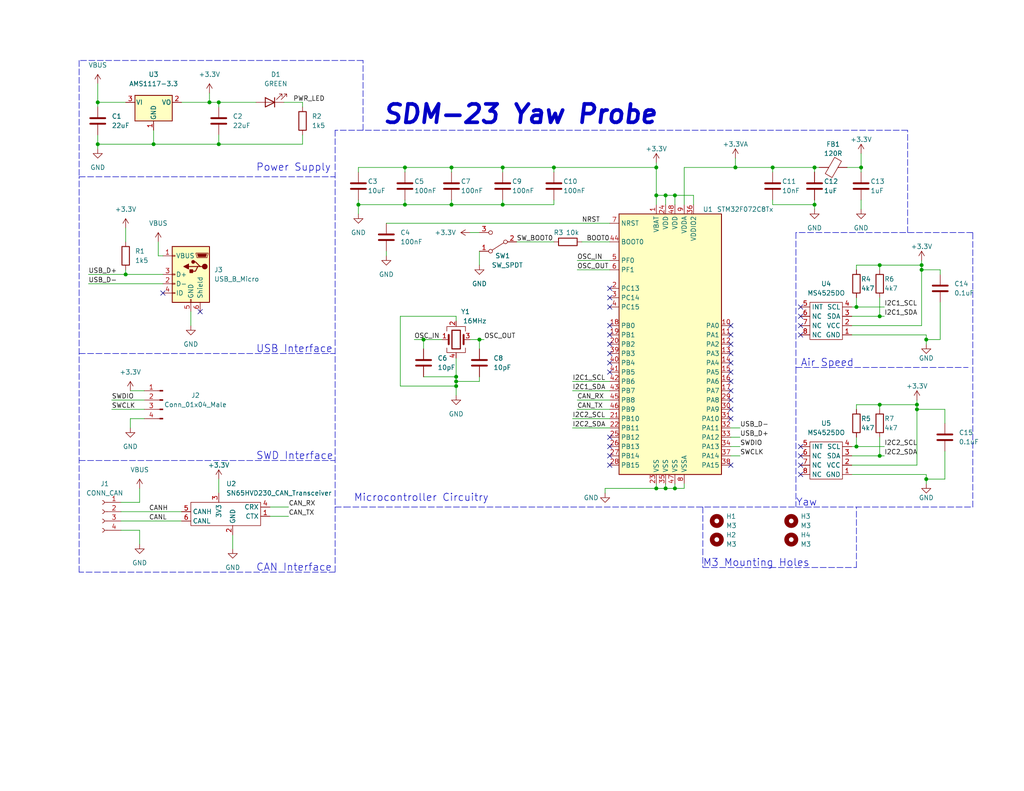
<source format=kicad_sch>
(kicad_sch (version 20211123) (generator eeschema)
  (paper "USLetter")
  (title_block (title "SDM-23 Yaw Probe") (date "2022-10-27") (rev "v1.0") (company "Sun Devil Motorsports") (comment 1 "STM32 Variant"))
  (lib_symbols
    (symbol "Connector:Conn_01x04_Female" (pin_names (offset 1.016) hide)
      (property "Reference" "J" (at 0 5.08 0))
      (property "Value" "Conn_01x04_Female" (at 0 -7.62 0))
      (symbol "Conn_01x04_Female_1_1"
        (arc (start 0 -4.572) (mid -0.508 -5.08) (end 0 -5.588) (stroke (width 0.1524)))
        (arc (start 0 -2.032) (mid -0.508 -2.54) (end 0 -3.048) (stroke (width 0.1524)))
        (polyline (pts (xy -1.27 -5.08) (xy -0.508 -5.08)) (stroke (width 0.1524)))
        (polyline (pts (xy -1.27 -2.54) (xy -0.508 -2.54)) (stroke (width 0.1524)))
        (polyline (pts (xy -1.27 0) (xy -0.508 0)) (stroke (width 0.1524)))
        (polyline (pts (xy -1.27 2.54) (xy -0.508 2.54)) (stroke (width 0.1524)))
        (arc (start 0 0.508) (mid -0.508 0) (end 0 -0.508) (stroke (width 0.1524)))
        (arc (start 0 3.048) (mid -0.508 2.54) (end 0 2.032) (stroke (width 0.1524)))
        (pin passive line (at -5.08 2.54 0) (length 3.81) (name "Pin_1") (number "1"))
        (pin passive line (at -5.08 0 0) (length 3.81) (name "Pin_2") (number "2"))
        (pin passive line (at -5.08 -2.54 0) (length 3.81) (name "Pin_3") (number "3"))
        (pin passive line (at -5.08 -5.08 0) (length 3.81) (name "Pin_4") (number "4"))
      )
    )
    (symbol "Connector:Conn_01x04_Male" (pin_names (offset 1.016) hide)
      (property "Reference" "J" (at 0 5.08 0))
      (property "Value" "Conn_01x04_Male" (at 0 -7.62 0))
      (symbol "Conn_01x04_Male_1_1"
        (polyline (pts (xy 1.27 -5.08) (xy 0.8636 -5.08)) (stroke (width 0.1524)))
        (polyline (pts (xy 1.27 -2.54) (xy 0.8636 -2.54)) (stroke (width 0.1524)))
        (polyline (pts (xy 1.27 0) (xy 0.8636 0)) (stroke (width 0.1524)))
        (polyline (pts (xy 1.27 2.54) (xy 0.8636 2.54)) (stroke (width 0.1524)))
        (rectangle (start 0.8636 -4.953) (end 0 -5.207) (stroke (width 0.1524)) (fill (type outline)))
        (rectangle (start 0.8636 -2.413) (end 0 -2.667) (stroke (width 0.1524)) (fill (type outline)))
        (rectangle (start 0.8636 0.127) (end 0 -0.127) (stroke (width 0.1524)) (fill (type outline)))
        (rectangle (start 0.8636 2.667) (end 0 2.413) (stroke (width 0.1524)) (fill (type outline)))
        (pin passive line (at 5.08 2.54 180) (length 3.81) (name "Pin_1") (number "1"))
        (pin passive line (at 5.08 0 180) (length 3.81) (name "Pin_2") (number "2"))
        (pin passive line (at 5.08 -2.54 180) (length 3.81) (name "Pin_3") (number "3"))
        (pin passive line (at 5.08 -5.08 180) (length 3.81) (name "Pin_4") (number "4"))
      )
    )
    (symbol "Connector:USB_B_Micro" (pin_names (offset 1.016))
      (property "Reference" "J" (at -5.08 11.43 0))
      (property "Value" "USB_B_Micro" (at -5.08 8.89 0))
      (symbol "USB_B_Micro_0_1"
        (rectangle (start -5.08 -7.62) (end 5.08 7.62) (stroke (width 0.254)) (fill (type background)))
        (circle (center -3.81 2.159) (radius 0.635) (stroke (width 0.254)) (fill (type outline)))
        (circle (center -0.635 3.429) (radius 0.381) (stroke (width 0.254)) (fill (type outline)))
        (rectangle (start -0.127 -7.62) (end 0.127 -6.858))
        (polyline (pts (xy -1.905 2.159) (xy 0.635 2.159)) (stroke (width 0.254)))
        (polyline (pts (xy -3.175 2.159) (xy -2.54 2.159) (xy -1.27 3.429) (xy -0.635 3.429)) (stroke (width 0.254)))
        (polyline (pts (xy -2.54 2.159) (xy -1.905 2.159) (xy -1.27 0.889) (xy 0 0.889)) (stroke (width 0.254)))
        (polyline (pts (xy 0.635 2.794) (xy 0.635 1.524) (xy 1.905 2.159) (xy 0.635 2.794)) (stroke (width 0.254)) (fill (type outline)))
        (polyline (pts (xy -4.318 5.588) (xy -1.778 5.588) (xy -2.032 4.826) (xy -4.064 4.826) (xy -4.318 5.588)) (fill (type outline)))
        (polyline (pts (xy -4.699 5.842) (xy -4.699 5.588) (xy -4.445 4.826) (xy -4.445 4.572) (xy -1.651 4.572) (xy -1.651 4.826) (xy -1.397 5.588) (xy -1.397 5.842) (xy -4.699 5.842)))
        (rectangle (start 0.254 1.27) (end -0.508 0.508) (stroke (width 0.254)) (fill (type outline)))
        (rectangle (start 5.08 -5.207) (end 4.318 -4.953))
        (rectangle (start 5.08 -2.667) (end 4.318 -2.413))
        (rectangle (start 5.08 -0.127) (end 4.318 0.127))
        (rectangle (start 5.08 4.953) (end 4.318 5.207))
      )
      (symbol "USB_B_Micro_1_1"
        (pin power_out line (at 7.62 5.08 180) (length 2.54) (name "VBUS") (number "1"))
        (pin bidirectional line (at 7.62 -2.54 180) (length 2.54) (name "D-") (number "2"))
        (pin bidirectional line (at 7.62 0 180) (length 2.54) (name "D+") (number "3"))
        (pin passive line (at 7.62 -5.08 180) (length 2.54) (name "ID") (number "4"))
        (pin power_out line (at 0 -10.16 90) (length 2.54) (name "GND") (number "5"))
        (pin passive line (at -2.54 -10.16 90) (length 2.54) (name "Shield") (number "6"))
      )
    )
    (symbol "Device:C" (pin_numbers hide) (pin_names (offset 0.254))
      (property "Reference" "C" (at 0.635 2.54 0))
      (property "Value" "C" (at 0.635 -2.54 0))
      (symbol "C_0_1"
        (polyline (pts (xy -2.032 -0.762) (xy 2.032 -0.762)) (stroke (width 0.508)))
        (polyline (pts (xy -2.032 0.762) (xy 2.032 0.762)) (stroke (width 0.508)))
      )
      (symbol "C_1_1"
        (pin passive line (at 0 3.81 270) (length 2.794) (name "~") (number "1"))
        (pin passive line (at 0 -3.81 90) (length 2.794) (name "~") (number "2"))
      )
    )
    (symbol "Device:Crystal_GND24" (pin_names (offset 1.016) hide)
      (property "Reference" "Y" (at 3.175 5.08 0))
      (property "Value" "Crystal_GND24" (at 3.175 3.175 0))
      (symbol "Crystal_GND24_0_1"
        (rectangle (start -1.143 2.54) (end 1.143 -2.54) (stroke (width 0.3048)))
        (polyline (pts (xy -2.54 0) (xy -2.032 0)))
        (polyline (pts (xy -2.032 -1.27) (xy -2.032 1.27)) (stroke (width 0.508)))
        (polyline (pts (xy 0 -3.81) (xy 0 -3.556)))
        (polyline (pts (xy 0 3.556) (xy 0 3.81)))
        (polyline (pts (xy 2.032 -1.27) (xy 2.032 1.27)) (stroke (width 0.508)))
        (polyline (pts (xy 2.032 0) (xy 2.54 0)))
        (polyline (pts (xy -2.54 -2.286) (xy -2.54 -3.556) (xy 2.54 -3.556) (xy 2.54 -2.286)))
        (polyline (pts (xy -2.54 2.286) (xy -2.54 3.556) (xy 2.54 3.556) (xy 2.54 2.286)))
      )
      (symbol "Crystal_GND24_1_1"
        (pin passive line (at -3.81 0 0) (length 1.27) (name "1") (number "1"))
        (pin passive line (at 0 5.08 270) (length 1.27) (name "2") (number "2"))
        (pin passive line (at 3.81 0 180) (length 1.27) (name "3") (number "3"))
        (pin passive line (at 0 -5.08 90) (length 1.27) (name "4") (number "4"))
      )
    )
    (symbol "Device:FerriteBead" (pin_numbers hide) (pin_names (offset 0))
      (property "Reference" "FB" (at -3.81 0.635 90))
      (property "Value" "FerriteBead" (at 3.81 0 90))
      (symbol "FerriteBead_0_1"
        (polyline (pts (xy 0 -1.27) (xy 0 -1.2192)))
        (polyline (pts (xy 0 1.27) (xy 0 1.2954)))
        (polyline (pts (xy -2.7686 0.4064) (xy -1.7018 2.2606) (xy 2.7686 -0.3048) (xy 1.6764 -2.159) (xy -2.7686 0.4064)))
      )
      (symbol "FerriteBead_1_1"
        (pin passive line (at 0 3.81 270) (length 2.54) (name "~") (number "1"))
        (pin passive line (at 0 -3.81 90) (length 2.54) (name "~") (number "2"))
      )
    )
    (symbol "Device:LED" (pin_numbers hide) (pin_names (offset 1.016) hide)
      (property "Reference" "D" (at 0 2.54 0))
      (property "Value" "LED" (at 0 -2.54 0))
      (symbol "LED_0_1"
        (polyline (pts (xy -1.27 -1.27) (xy -1.27 1.27)) (stroke (width 0.254)))
        (polyline (pts (xy -1.27 0) (xy 1.27 0)))
        (polyline (pts (xy 1.27 -1.27) (xy 1.27 1.27) (xy -1.27 0) (xy 1.27 -1.27)) (stroke (width 0.254)))
        (polyline (pts (xy -3.048 -0.762) (xy -4.572 -2.286) (xy -3.81 -2.286) (xy -4.572 -2.286) (xy -4.572 -1.524)))
        (polyline (pts (xy -1.778 -0.762) (xy -3.302 -2.286) (xy -2.54 -2.286) (xy -3.302 -2.286) (xy -3.302 -1.524)))
      )
      (symbol "LED_1_1"
        (pin passive line (at -3.81 0 0) (length 2.54) (name "K") (number "1"))
        (pin passive line (at 3.81 0 180) (length 2.54) (name "A") (number "2"))
      )
    )
    (symbol "Device:R" (pin_numbers hide) (pin_names (offset 0))
      (property "Reference" "R" (at 2.032 0 90))
      (property "Value" "R" (at 0 0 90))
      (symbol "R_0_1"
        (rectangle (start -1.016 -2.54) (end 1.016 2.54) (stroke (width 0.254)))
      )
      (symbol "R_1_1"
        (pin passive line (at 0 3.81 270) (length 1.27) (name "~") (number "1"))
        (pin passive line (at 0 -3.81 90) (length 1.27) (name "~") (number "2"))
      )
    )
    (symbol "MCU_ST_STM32F0:STM32F072C8Tx"
      (property "Reference" "U" (at -15.24 36.83 0))
      (property "Value" "STM32F072C8Tx" (at 7.62 36.83 0))
      (symbol "STM32F072C8Tx_0_1"
        (rectangle (start -15.24 -35.56) (end 12.7 35.56) (stroke (width 0.254)) (fill (type background)))
      )
      (symbol "STM32F072C8Tx_1_1"
        (pin power_in line (at -5.08 38.1 270) (length 2.54) (name "VBAT") (number "1"))
        (pin bidirectional line (at 15.24 5.08 180) (length 2.54) (name "PA0") (number "10"))
        (pin bidirectional line (at 15.24 2.54 180) (length 2.54) (name "PA1") (number "11"))
        (pin bidirectional line (at 15.24 0 180) (length 2.54) (name "PA2") (number "12"))
        (pin bidirectional line (at 15.24 -2.54 180) (length 2.54) (name "PA3") (number "13"))
        (pin bidirectional line (at 15.24 -5.08 180) (length 2.54) (name "PA4") (number "14"))
        (pin bidirectional line (at 15.24 -7.62 180) (length 2.54) (name "PA5") (number "15"))
        (pin bidirectional line (at 15.24 -10.16 180) (length 2.54) (name "PA6") (number "16"))
        (pin bidirectional line (at 15.24 -12.7 180) (length 2.54) (name "PA7") (number "17"))
        (pin bidirectional line (at -17.78 5.08 0) (length 2.54) (name "PB0") (number "18"))
        (pin bidirectional line (at -17.78 2.54 0) (length 2.54) (name "PB1") (number "19"))
        (pin bidirectional line (at -17.78 15.24 0) (length 2.54) (name "PC13") (number "2"))
        (pin bidirectional line (at -17.78 0 0) (length 2.54) (name "PB2") (number "20"))
        (pin bidirectional line (at -17.78 -20.32 0) (length 2.54) (name "PB10") (number "21"))
        (pin bidirectional line (at -17.78 -22.86 0) (length 2.54) (name "PB11") (number "22"))
        (pin power_in line (at -5.08 -38.1 90) (length 2.54) (name "VSS") (number "23"))
        (pin power_in line (at -2.54 38.1 270) (length 2.54) (name "VDD") (number "24"))
        (pin bidirectional line (at -17.78 -25.4 0) (length 2.54) (name "PB12") (number "25"))
        (pin bidirectional line (at -17.78 -27.94 0) (length 2.54) (name "PB13") (number "26"))
        (pin bidirectional line (at -17.78 -30.48 0) (length 2.54) (name "PB14") (number "27"))
        (pin bidirectional line (at -17.78 -33.02 0) (length 2.54) (name "PB15") (number "28"))
        (pin bidirectional line (at 15.24 -15.24 180) (length 2.54) (name "PA8") (number "29"))
        (pin bidirectional line (at -17.78 12.7 0) (length 2.54) (name "PC14") (number "3"))
        (pin bidirectional line (at 15.24 -17.78 180) (length 2.54) (name "PA9") (number "30"))
        (pin bidirectional line (at 15.24 -20.32 180) (length 2.54) (name "PA10") (number "31"))
        (pin bidirectional line (at 15.24 -22.86 180) (length 2.54) (name "PA11") (number "32"))
        (pin bidirectional line (at 15.24 -25.4 180) (length 2.54) (name "PA12") (number "33"))
        (pin bidirectional line (at 15.24 -27.94 180) (length 2.54) (name "PA13") (number "34"))
        (pin power_in line (at -2.54 -38.1 90) (length 2.54) (name "VSS") (number "35"))
        (pin power_in line (at 5.08 38.1 270) (length 2.54) (name "VDDIO2") (number "36"))
        (pin bidirectional line (at 15.24 -30.48 180) (length 2.54) (name "PA14") (number "37"))
        (pin bidirectional line (at 15.24 -33.02 180) (length 2.54) (name "PA15") (number "38"))
        (pin bidirectional line (at -17.78 -2.54 0) (length 2.54) (name "PB3") (number "39"))
        (pin bidirectional line (at -17.78 10.16 0) (length 2.54) (name "PC15") (number "4"))
        (pin bidirectional line (at -17.78 -5.08 0) (length 2.54) (name "PB4") (number "40"))
        (pin bidirectional line (at -17.78 -7.62 0) (length 2.54) (name "PB5") (number "41"))
        (pin bidirectional line (at -17.78 -10.16 0) (length 2.54) (name "PB6") (number "42"))
        (pin bidirectional line (at -17.78 -12.7 0) (length 2.54) (name "PB7") (number "43"))
        (pin input line (at -17.78 27.94 0) (length 2.54) (name "BOOT0") (number "44"))
        (pin bidirectional line (at -17.78 -15.24 0) (length 2.54) (name "PB8") (number "45"))
        (pin bidirectional line (at -17.78 -17.78 0) (length 2.54) (name "PB9") (number "46"))
        (pin power_in line (at 0 -38.1 90) (length 2.54) (name "VSS") (number "47"))
        (pin power_in line (at 0 38.1 270) (length 2.54) (name "VDD") (number "48"))
        (pin input line (at -17.78 22.86 0) (length 2.54) (name "PF0") (number "5"))
        (pin input line (at -17.78 20.32 0) (length 2.54) (name "PF1") (number "6"))
        (pin input line (at -17.78 33.02 0) (length 2.54) (name "NRST") (number "7"))
        (pin power_in line (at 2.54 -38.1 90) (length 2.54) (name "VSSA") (number "8"))
        (pin power_in line (at 2.54 38.1 270) (length 2.54) (name "VDDA") (number "9"))
      )
    )
    (symbol "Mechanical:MountingHole" (pin_names (offset 1.016))
      (property "Reference" "H" (at 0 5.08 0))
      (property "Value" "MountingHole" (at 0 3.175 0))
      (symbol "MountingHole_0_1"
        (circle (center 0 0) (radius 1.27) (stroke (width 1.27)))
      )
    )
    (symbol "Regulator_Linear:AMS1117-3.3" (pin_names (offset 0.254))
      (property "Reference" "U" (at -3.81 3.175 0))
      (property "Value" "AMS1117-3.3" (at 0 3.175 0))
      (symbol "AMS1117-3.3_0_1"
        (rectangle (start -5.08 -5.08) (end 5.08 1.905) (stroke (width 0.254)) (fill (type background)))
      )
      (symbol "AMS1117-3.3_1_1"
        (pin power_in line (at 0 -7.62 90) (length 2.54) (name "GND") (number "1"))
        (pin power_out line (at 7.62 0 180) (length 2.54) (name "VO") (number "2"))
        (pin power_in line (at -7.62 0 0) (length 2.54) (name "VI") (number "3"))
      )
    )
    (symbol "SDM:MS4525DO"
      (property "Reference" "U" (at 0 0 0))
      (property "Value" "MS4525DO" (at 0 -2.54 0))
      (symbol "MS4525DO_0_1"
        (rectangle (start -3.81 -15.24) (end 5.08 -5.08))
      )
      (symbol "MS4525DO_1_1"
        (pin input line (at 7.62 -13.97 180) (length 2.54) (name "GND") (number "1"))
        (pin input line (at 7.62 -11.43 180) (length 2.54) (name "VCC") (number "2"))
        (pin input line (at 7.62 -8.89 180) (length 2.54) (name "SDA") (number "3"))
        (pin input line (at 7.62 -6.35 180) (length 2.54) (name "SCL") (number "4"))
        (pin input line (at -6.35 -6.35 0) (length 2.54) (name "INT") (number "5"))
        (pin input line (at -6.35 -8.89 0) (length 2.54) (name "NC") (number "6"))
        (pin input line (at -6.35 -11.43 0) (length 2.54) (name "NC") (number "7"))
        (pin input line (at -6.35 -13.97 0) (length 2.54) (name "NC") (number "8"))
      )
    )
    (symbol "SDM:SN65HVD230_CAN_Transceiver"
      (property "Reference" "U" (at 0 2.54 0))
      (property "Value" "SN65HVD230_CAN_Transceiver" (at 13.97 0 0))
      (symbol "SN65HVD230_CAN_Transceiver_0_1"
        (rectangle (start -8.89 -6.35) (end 10.16 -12.7))
      )
      (symbol "SN65HVD230_CAN_Transceiver_1_1"
        (pin input line (at 12.7 -10.16 180) (length 2.54) (name "CTX") (number "1"))
        (pin input line (at 2.54 -15.24 90) (length 2.54) (name "GND") (number "2"))
        (pin input line (at -1.27 -3.81 270) (length 2.54) (name "3V3") (number "3"))
        (pin input line (at 12.7 -7.62 180) (length 2.54) (name "CRX") (number "4"))
        (pin input line (at -11.43 -8.89 0) (length 2.54) (name "CANH") (number "5"))
        (pin input line (at -11.43 -11.43 0) (length 2.54) (name "CANL") (number "6"))
      )
    )
    (symbol "Switch:SW_SPDT" (pin_names (offset 0) hide)
      (property "Reference" "SW" (at 0 4.318 0))
      (property "Value" "SW_SPDT" (at 0 -5.08 0))
      (symbol "SW_SPDT_0_0"
        (circle (center -2.032 0) (radius 0.508))
        (circle (center 2.032 -2.54) (radius 0.508))
      )
      (symbol "SW_SPDT_0_1"
        (polyline (pts (xy -1.524 0.254) (xy 1.651 2.286)))
        (circle (center 2.032 2.54) (radius 0.508))
      )
      (symbol "SW_SPDT_1_1"
        (pin passive line (at 5.08 2.54 180) (length 2.54) (name "A") (number "1"))
        (pin passive line (at -5.08 0 0) (length 2.54) (name "B") (number "2"))
        (pin passive line (at 5.08 -2.54 180) (length 2.54) (name "C") (number "3"))
      )
    )
    (symbol "power:+3.3V" (power) (pin_names (offset 0))
      (property "Value" "+3.3V" (at 0 3.556 0))
      (symbol "+3.3V_0_1"
        (polyline (pts (xy -0.762 1.27) (xy 0 2.54)))
        (polyline (pts (xy 0 0) (xy 0 2.54)))
        (polyline (pts (xy 0 2.54) (xy 0.762 1.27)))
      )
      (symbol "+3.3V_1_1"
        (pin power_in line (at 0 0 90) (length 0) hide (name "+3.3V") (number "1"))
      )
    )
    (symbol "power:+3.3VA" (power) (pin_names (offset 0))
      (property "Value" "+3.3VA" (at 0 3.556 0))
      (symbol "+3.3VA_0_1"
        (polyline (pts (xy -0.762 1.27) (xy 0 2.54)))
        (polyline (pts (xy 0 0) (xy 0 2.54)))
        (polyline (pts (xy 0 2.54) (xy 0.762 1.27)))
      )
      (symbol "+3.3VA_1_1"
        (pin power_in line (at 0 0 90) (length 0) hide (name "+3.3VA") (number "1"))
      )
    )
    (symbol "power:GND" (power) (pin_names (offset 0))
      (property "Value" "GND" (at 0 -3.81 0))
      (symbol "GND_0_1"
        (polyline (pts (xy 0 0) (xy 0 -1.27) (xy 1.27 -1.27) (xy 0 -2.54) (xy -1.27 -1.27) (xy 0 -1.27)))
      )
      (symbol "GND_1_1"
        (pin power_in line (at 0 0 270) (length 0) hide (name "GND") (number "1"))
      )
    )
    (symbol "power:VBUS" (power) (pin_names (offset 0))
      (property "Value" "VBUS" (at 0 3.81 0))
      (symbol "VBUS_0_1"
        (polyline (pts (xy -0.762 1.27) (xy 0 2.54)))
        (polyline (pts (xy 0 0) (xy 0 2.54)))
        (polyline (pts (xy 0 2.54) (xy 0.762 1.27)))
      )
      (symbol "VBUS_1_1"
        (pin power_in line (at 0 0 90) (length 0) hide (name "VBUS") (number "1"))
      )
    )
  )
  (junction (at 251.46 72.39))
  (junction (at 115.57 92.71))
  (junction (at 137.16 45.72))
  (junction (at 250.19 110.49))
  (junction (at 97.79 55.88))
  (junction (at 240.03 86.36))
  (junction (at 184.15 53.34))
  (junction (at 124.46 104.14))
  (junction (at 124.46 105.41))
  (junction (at 41.91 39.37))
  (junction (at 34.29 74.93))
  (junction (at 251.46 73.66))
  (junction (at 200.66 45.72))
  (junction (at 110.49 45.72))
  (junction (at 222.25 45.72))
  (junction (at 57.15 27.94))
  (junction (at 233.68 83.82))
  (junction (at 252.73 130.81))
  (junction (at 130.81 92.71))
  (junction (at 26.67 27.94))
  (junction (at 181.61 53.34))
  (junction (at 59.69 27.94))
  (junction (at 179.07 53.34))
  (junction (at 151.13 45.72))
  (junction (at 234.95 45.72))
  (junction (at 179.07 133.35))
  (junction (at 250.19 111.76))
  (junction (at 233.68 121.92))
  (junction (at 123.19 45.72))
  (junction (at 240.03 110.49))
  (junction (at 110.49 55.88))
  (junction (at 124.46 102.87))
  (junction (at 123.19 55.88))
  (junction (at 222.25 55.88))
  (junction (at 26.67 39.37))
  (junction (at 179.07 45.72))
  (junction (at 240.03 124.46))
  (junction (at 240.03 72.39))
  (junction (at 59.69 39.37))
  (junction (at 181.61 133.35))
  (junction (at 210.82 45.72))
  (junction (at 184.15 133.35))
  (junction (at 252.73 92.71))
  (junction (at 137.16 55.88))
  (no_connect (at 218.44 86.36))
  (no_connect (at 166.37 121.92))
  (no_connect (at 54.61 85.09))
  (no_connect (at 166.37 101.6))
  (no_connect (at 199.39 111.76))
  (no_connect (at 199.39 114.3))
  (no_connect (at 199.39 91.44))
  (no_connect (at 199.39 99.06))
  (no_connect (at 199.39 88.9))
  (no_connect (at 199.39 93.98))
  (no_connect (at 199.39 96.52))
  (no_connect (at 199.39 101.6))
  (no_connect (at 199.39 109.22))
  (no_connect (at 199.39 104.14))
  (no_connect (at 199.39 106.68))
  (no_connect (at 166.37 127))
  (no_connect (at 166.37 124.46))
  (no_connect (at 199.39 127))
  (no_connect (at 218.44 91.44))
  (no_connect (at 218.44 129.54))
  (no_connect (at 166.37 91.44))
  (no_connect (at 166.37 78.74))
  (no_connect (at 166.37 81.28))
  (no_connect (at 218.44 121.92))
  (no_connect (at 166.37 119.38))
  (no_connect (at 166.37 93.98))
  (no_connect (at 218.44 124.46))
  (no_connect (at 218.44 127))
  (no_connect (at 166.37 88.9))
  (no_connect (at 166.37 96.52))
  (no_connect (at 166.37 99.06))
  (no_connect (at 218.44 83.82))
  (no_connect (at 44.45 80.01))
  (no_connect (at 166.37 83.82))
  (no_connect (at 218.44 88.9))
  (wire (pts (xy 128.27 63.5) (xy 130.81 63.5)))
  (wire (pts (xy 256.54 73.66) (xy 251.46 73.66)))
  (wire (pts (xy 179.07 45.72) (xy 179.07 53.34)))
  (wire (pts (xy 82.55 36.83) (xy 82.55 39.37)))
  (wire (pts (xy 222.25 54.61) (xy 222.25 55.88)))
  (wire (pts (xy 26.67 27.94) (xy 26.67 29.21)))
  (wire (pts (xy 124.46 102.87) (xy 124.46 104.14)))
  (wire (pts (xy 232.41 129.54) (xy 252.73 129.54)))
  (wire (pts (xy 210.82 45.72) (xy 222.25 45.72)))
  (wire (pts (xy 137.16 45.72) (xy 151.13 45.72)))
  (wire (pts (xy 97.79 46.99) (xy 97.79 45.72)))
  (wire (pts (xy 73.66 140.97) (xy 78.74 140.97)))
  (wire (pts (xy 179.07 44.45) (xy 179.07 45.72)))
  (wire (pts (xy 59.69 27.94) (xy 59.69 29.21)))
  (wire (pts (xy 179.07 53.34) (xy 179.07 55.88)))
  (polyline (pts (xy 265.43 63.5) (xy 217.17 63.5)))
  (polyline (pts (xy 191.77 138.43) (xy 191.77 154.94)))
  (wire (pts (xy 257.81 130.81) (xy 252.73 130.81)))
  (wire (pts (xy 137.16 46.99) (xy 137.16 45.72)))
  (wire (pts (xy 210.82 55.88) (xy 222.25 55.88)))
  (wire (pts (xy 82.55 39.37) (xy 59.69 39.37)))
  (wire (pts (xy 157.48 71.12) (xy 166.37 71.12)))
  (wire (pts (xy 124.46 105.41) (xy 124.46 107.95)))
  (wire (pts (xy 240.03 72.39) (xy 251.46 72.39)))
  (polyline (pts (xy 99.06 16.51) (xy 21.59 16.51)))
  (wire (pts (xy 151.13 45.72) (xy 179.07 45.72)))
  (wire (pts (xy 77.47 27.94) (xy 82.55 27.94)))
  (wire (pts (xy 165.1 134.62) (xy 165.1 133.35)))
  (wire (pts (xy 124.46 86.36) (xy 109.22 86.36)))
  (wire (pts (xy 57.15 27.94) (xy 59.69 27.94)))
  (wire (pts (xy 184.15 53.34) (xy 184.15 55.88)))
  (wire (pts (xy 41.91 39.37) (xy 26.67 39.37)))
  (wire (pts (xy 59.69 36.83) (xy 59.69 39.37)))
  (wire (pts (xy 130.81 68.58) (xy 130.81 72.39)))
  (wire (pts (xy 44.45 69.85) (xy 43.18 69.85)))
  (wire (pts (xy 38.1 144.78) (xy 38.1 148.59)))
  (wire (pts (xy 130.81 102.87) (xy 130.81 104.14)))
  (wire (pts (xy 39.37 114.3) (xy 35.56 114.3)))
  (wire (pts (xy 256.54 82.55) (xy 256.54 92.71)))
  (wire (pts (xy 240.03 81.28) (xy 240.03 86.36)))
  (polyline (pts (xy 91.44 156.21) (xy 21.59 156.21)))
  (wire (pts (xy 210.82 45.72) (xy 200.66 45.72)))
  (wire (pts (xy 200.66 43.18) (xy 200.66 45.72)))
  (wire (pts (xy 41.91 35.56) (xy 41.91 39.37)))
  (polyline (pts (xy 21.59 156.21) (xy 21.59 48.26)))
  (wire (pts (xy 234.95 41.91) (xy 234.95 45.72)))
  (wire (pts (xy 57.15 25.4) (xy 57.15 27.94)))
  (wire (pts (xy 115.57 92.71) (xy 120.65 92.71)))
  (wire (pts (xy 110.49 54.61) (xy 110.49 55.88)))
  (wire (pts (xy 110.49 46.99) (xy 110.49 45.72)))
  (wire (pts (xy 130.81 92.71) (xy 132.08 92.71)))
  (wire (pts (xy 24.13 74.93) (xy 34.29 74.93)))
  (wire (pts (xy 250.19 127) (xy 250.19 111.76)))
  (wire (pts (xy 124.46 104.14) (xy 124.46 105.41)))
  (wire (pts (xy 233.68 121.92) (xy 241.3 121.92)))
  (wire (pts (xy 184.15 133.35) (xy 186.69 133.35)))
  (wire (pts (xy 115.57 92.71) (xy 115.57 95.25)))
  (wire (pts (xy 251.46 73.66) (xy 251.46 72.39)))
  (wire (pts (xy 257.81 111.76) (xy 250.19 111.76)))
  (polyline (pts (xy 265.43 138.43) (xy 265.43 63.5)))
  (wire (pts (xy 240.03 110.49) (xy 250.19 110.49)))
  (wire (pts (xy 232.41 88.9) (xy 251.46 88.9)))
  (wire (pts (xy 124.46 97.79) (xy 124.46 102.87)))
  (wire (pts (xy 97.79 55.88) (xy 110.49 55.88)))
  (wire (pts (xy 59.69 27.94) (xy 69.85 27.94)))
  (wire (pts (xy 252.73 91.44) (xy 252.73 92.71)))
  (wire (pts (xy 240.03 73.66) (xy 240.03 72.39)))
  (polyline (pts (xy 99.06 35.56) (xy 99.06 16.51)))
  (wire (pts (xy 123.19 46.99) (xy 123.19 45.72)))
  (wire (pts (xy 257.81 123.19) (xy 257.81 130.81)))
  (wire (pts (xy 123.19 54.61) (xy 123.19 55.88)))
  (polyline (pts (xy 247.65 63.5) (xy 247.65 35.56)))
  (wire (pts (xy 181.61 132.08) (xy 181.61 133.35)))
  (wire (pts (xy 184.15 132.08) (xy 184.15 133.35)))
  (wire (pts (xy 165.1 133.35) (xy 179.07 133.35)))
  (wire (pts (xy 252.73 130.81) (xy 252.73 132.08)))
  (wire (pts (xy 156.21 106.68) (xy 166.37 106.68)))
  (polyline (pts (xy 91.44 138.43) (xy 93.98 138.43)))
  (wire (pts (xy 35.56 106.68) (xy 39.37 106.68)))
  (wire (pts (xy 33.02 137.16) (xy 38.1 137.16)))
  (wire (pts (xy 186.69 45.72) (xy 200.66 45.72)))
  (wire (pts (xy 156.21 114.3) (xy 166.37 114.3)))
  (wire (pts (xy 97.79 55.88) (xy 97.79 58.42)))
  (wire (pts (xy 181.61 53.34) (xy 181.61 55.88)))
  (wire (pts (xy 26.67 27.94) (xy 34.29 27.94)))
  (wire (pts (xy 151.13 55.88) (xy 137.16 55.88)))
  (polyline (pts (xy 93.98 138.43) (xy 265.43 138.43)))
  (wire (pts (xy 233.68 110.49) (xy 240.03 110.49)))
  (wire (pts (xy 240.03 124.46) (xy 241.3 124.46)))
  (polyline (pts (xy 217.17 63.5) (xy 217.17 100.33)))
  (wire (pts (xy 179.07 133.35) (xy 181.61 133.35)))
  (wire (pts (xy 184.15 53.34) (xy 189.23 53.34)))
  (wire (pts (xy 233.68 111.76) (xy 233.68 110.49)))
  (wire (pts (xy 115.57 102.87) (xy 124.46 102.87)))
  (wire (pts (xy 251.46 72.39) (xy 251.46 71.12)))
  (wire (pts (xy 233.68 72.39) (xy 240.03 72.39)))
  (wire (pts (xy 59.69 130.81) (xy 59.69 134.62)))
  (wire (pts (xy 26.67 36.83) (xy 26.67 39.37)))
  (wire (pts (xy 252.73 129.54) (xy 252.73 130.81)))
  (polyline (pts (xy 217.17 100.33) (xy 217.17 138.43)))
  (wire (pts (xy 38.1 133.35) (xy 38.1 137.16)))
  (wire (pts (xy 30.48 109.22) (xy 39.37 109.22)))
  (wire (pts (xy 232.41 121.92) (xy 233.68 121.92)))
  (wire (pts (xy 232.41 124.46) (xy 240.03 124.46)))
  (wire (pts (xy 82.55 27.94) (xy 82.55 29.21)))
  (polyline (pts (xy 191.77 154.94) (xy 233.68 154.94)))
  (polyline (pts (xy 233.68 154.94) (xy 233.68 138.43)))
  (wire (pts (xy 199.39 116.84) (xy 201.93 116.84)))
  (wire (pts (xy 179.07 53.34) (xy 181.61 53.34)))
  (wire (pts (xy 33.02 144.78) (xy 38.1 144.78)))
  (wire (pts (xy 109.22 105.41) (xy 124.46 105.41)))
  (wire (pts (xy 234.95 54.61) (xy 234.95 57.15)))
  (polyline (pts (xy 21.59 96.52) (xy 91.44 96.52)))
  (wire (pts (xy 156.21 116.84) (xy 166.37 116.84)))
  (wire (pts (xy 199.39 119.38) (xy 201.93 119.38)))
  (wire (pts (xy 123.19 45.72) (xy 137.16 45.72)))
  (wire (pts (xy 97.79 45.72) (xy 110.49 45.72)))
  (wire (pts (xy 113.03 92.71) (xy 115.57 92.71)))
  (wire (pts (xy 240.03 111.76) (xy 240.03 110.49)))
  (wire (pts (xy 179.07 132.08) (xy 179.07 133.35)))
  (wire (pts (xy 210.82 46.99) (xy 210.82 45.72)))
  (wire (pts (xy 105.41 60.96) (xy 166.37 60.96)))
  (wire (pts (xy 123.19 55.88) (xy 137.16 55.88)))
  (polyline (pts (xy 91.44 138.43) (xy 91.44 156.21)))
  (wire (pts (xy 256.54 92.71) (xy 252.73 92.71)))
  (polyline (pts (xy 91.44 35.56) (xy 91.44 138.43)))
  (wire (pts (xy 240.03 119.38) (xy 240.03 124.46)))
  (wire (pts (xy 199.39 121.92) (xy 201.93 121.92)))
  (wire (pts (xy 189.23 55.88) (xy 189.23 53.34)))
  (wire (pts (xy 34.29 62.23) (xy 34.29 66.04)))
  (wire (pts (xy 251.46 88.9) (xy 251.46 73.66)))
  (wire (pts (xy 181.61 53.34) (xy 184.15 53.34)))
  (wire (pts (xy 234.95 45.72) (xy 234.95 46.99)))
  (wire (pts (xy 222.25 55.88) (xy 222.25 57.15)))
  (polyline (pts (xy 217.17 100.33) (xy 264.16 100.33)))
  (wire (pts (xy 140.97 66.04) (xy 151.13 66.04)))
  (polyline (pts (xy 21.59 125.73) (xy 91.44 125.73)))
  (wire (pts (xy 257.81 115.57) (xy 257.81 111.76)))
  (wire (pts (xy 43.18 66.04) (xy 43.18 69.85)))
  (wire (pts (xy 157.48 109.22) (xy 166.37 109.22)))
  (wire (pts (xy 250.19 111.76) (xy 250.19 110.49)))
  (wire (pts (xy 97.79 54.61) (xy 97.79 55.88)))
  (wire (pts (xy 130.81 104.14) (xy 124.46 104.14)))
  (wire (pts (xy 109.22 86.36) (xy 109.22 105.41)))
  (wire (pts (xy 186.69 55.88) (xy 186.69 45.72)))
  (wire (pts (xy 63.5 146.05) (xy 63.5 149.86)))
  (polyline (pts (xy 21.59 48.26) (xy 91.44 48.26)))
  (wire (pts (xy 232.41 83.82) (xy 233.68 83.82)))
  (wire (pts (xy 157.48 111.76) (xy 166.37 111.76)))
  (wire (pts (xy 124.46 87.63) (xy 124.46 86.36)))
  (polyline (pts (xy 21.59 16.51) (xy 21.59 48.26)))
  (wire (pts (xy 59.69 39.37) (xy 41.91 39.37)))
  (wire (pts (xy 232.41 91.44) (xy 252.73 91.44)))
  (wire (pts (xy 231.14 45.72) (xy 234.95 45.72)))
  (wire (pts (xy 232.41 86.36) (xy 240.03 86.36)))
  (wire (pts (xy 35.56 114.3) (xy 35.56 116.84)))
  (wire (pts (xy 128.27 92.71) (xy 130.81 92.71)))
  (wire (pts (xy 33.02 142.24) (xy 49.53 142.24)))
  (wire (pts (xy 250.19 110.49) (xy 250.19 109.22)))
  (wire (pts (xy 232.41 127) (xy 250.19 127)))
  (wire (pts (xy 24.13 77.47) (xy 44.45 77.47)))
  (wire (pts (xy 30.48 111.76) (xy 39.37 111.76)))
  (wire (pts (xy 233.68 119.38) (xy 233.68 121.92)))
  (wire (pts (xy 130.81 92.71) (xy 130.81 95.25)))
  (wire (pts (xy 181.61 133.35) (xy 184.15 133.35)))
  (wire (pts (xy 151.13 54.61) (xy 151.13 55.88)))
  (wire (pts (xy 34.29 74.93) (xy 44.45 74.93)))
  (wire (pts (xy 26.67 39.37) (xy 26.67 40.64)))
  (wire (pts (xy 105.41 68.58) (xy 105.41 69.85)))
  (wire (pts (xy 157.48 73.66) (xy 166.37 73.66)))
  (wire (pts (xy 240.03 86.36) (xy 241.3 86.36)))
  (wire (pts (xy 156.21 104.14) (xy 166.37 104.14)))
  (wire (pts (xy 33.02 139.7) (xy 49.53 139.7)))
  (wire (pts (xy 151.13 46.99) (xy 151.13 45.72)))
  (wire (pts (xy 158.75 66.04) (xy 166.37 66.04)))
  (wire (pts (xy 233.68 73.66) (xy 233.68 72.39)))
  (wire (pts (xy 52.07 85.09) (xy 52.07 88.9)))
  (wire (pts (xy 222.25 45.72) (xy 223.52 45.72)))
  (wire (pts (xy 222.25 46.99) (xy 222.25 45.72)))
  (wire (pts (xy 252.73 92.71) (xy 252.73 93.98)))
  (wire (pts (xy 110.49 45.72) (xy 123.19 45.72)))
  (wire (pts (xy 73.66 138.43) (xy 78.74 138.43)))
  (wire (pts (xy 34.29 73.66) (xy 34.29 74.93)))
  (wire (pts (xy 233.68 83.82) (xy 241.3 83.82)))
  (polyline (pts (xy 247.65 35.56) (xy 91.44 35.56)))
  (wire (pts (xy 49.53 27.94) (xy 57.15 27.94)))
  (wire (pts (xy 210.82 54.61) (xy 210.82 55.88)))
  (wire (pts (xy 186.69 133.35) (xy 186.69 132.08)))
  (wire (pts (xy 26.67 22.86) (xy 26.67 27.94)))
  (wire (pts (xy 256.54 74.93) (xy 256.54 73.66)))
  (wire (pts (xy 199.39 124.46) (xy 201.93 124.46)))
  (wire (pts (xy 110.49 55.88) (xy 123.19 55.88)))
  (wire (pts (xy 233.68 81.28) (xy 233.68 83.82)))
  (wire (pts (xy 137.16 54.61) (xy 137.16 55.88)))
  (text "Yaw" (at 217.17 138.43 0) (effects (font (size 2 2)) (justify left bottom)))
  (text "Power Supply" (at 69.85 46.99 0) (effects (font (size 2 2)) (justify left bottom)))
  (text "SDM-23 Yaw Probe" (at 104.14 34.29 0) (effects (font (size 5 5) (thickness 1) bold italic) (justify left bottom)))
  (text "USB Interface\n" (at 69.85 96.52 0) (effects (font (size 2 2)) (justify left bottom)))
  (text "Microcontroller Circuitry" (at 96.52 137.16 0) (effects (font (size 2 2)) (justify left bottom)))
  (text "M3 Mounting Holes" (at 191.77 154.94 0) (effects (font (size 2 2)) (justify left bottom)))
  (text "Air Speed\n" (at 218.44 100.33 0) (effects (font (size 2 2)) (justify left bottom)))
  (text "CAN Interface\n" (at 69.85 156.21 0) (effects (font (size 2 2)) (justify left bottom)))
  (text "SWD Interface" (at 69.85 125.73 0) (effects (font (size 2 2)) (justify left bottom)))
  (label "I2C1_SDA" (at 156.21 106.68 0))
  (label "NRST" (at 158.75 60.96 0))
  (label "BOOT0" (at 160.02 66.04 0))
  (label "PWR_LED" (at 80.01 27.94 0))
  (label "SWCLK" (at 201.93 124.46 0))
  (label "SWDIO" (at 201.93 121.92 0))
  (label "I2C1_SCL" (at 156.21 104.14 0))
  (label "I2C1_SDA" (at 241.3 86.36 0))
  (label "CAN_TX" (at 78.74 140.97 0))
  (label "I2C2_SDA" (at 241.3 124.46 0))
  (label "I2C1_SCL" (at 241.3 83.82 0))
  (label "I2C2_SDA" (at 156.21 116.84 0))
  (label "I2C2_SCL" (at 241.3 121.92 0))
  (label "USB_D+" (at 24.13 74.93 0))
  (label "I2C2_SCL" (at 156.21 114.3 0))
  (label "OSC_IN" (at 113.03 92.71 0))
  (label "CAN_RX" (at 78.74 138.43 0))
  (label "USB_D+" (at 201.93 119.38 0))
  (label "SWCLK" (at 30.48 111.76 0))
  (label "USB_D-" (at 24.13 77.47 0))
  (label "CAN_TX" (at 157.48 111.76 0))
  (label "CANL" (at 40.64 142.24 0))
  (label "OSC_IN" (at 157.48 71.12 0))
  (label "CAN_RX" (at 157.48 109.22 0))
  (label "SW_BOOT0" (at 140.97 66.04 0))
  (label "OSC_OUT" (at 132.08 92.71 0))
  (label "USB_D-" (at 201.93 116.84 0))
  (label "CANH" (at 40.64 139.7 0))
  (label "OSC_OUT" (at 157.48 73.66 0))
  (label "SWDIO" (at 30.48 109.22 0))
  (symbol (lib_id "power:+3.3V") (at 59.69 130.81 0) (unit 1)
    (property "Reference" "#PWR011" (effects hide))
    (property "Value" "+3.3V" (at 59.69 127 0))
  )
  (symbol (lib_id "Device:C") (at 222.25 50.8 0) (unit 1)
    (property "Reference" "C12" (at 224.79 49.53 0) (effects (justify left)))
    (property "Value" "1uF" (at 224.79 52.07 0) (effects (justify left)))
    (property "Footprint" "Capacitor_SMD:C_0402_1005Metric" (effects hide))
  )
  (symbol (lib_id "power:GND") (at 252.73 93.98 0) (unit 1)
    (property "Reference" "#PWR026" (effects hide))
    (property "Value" "GND" (at 252.73 97.79 0))
  )
  (symbol (lib_id "power:GND") (at 165.1 134.62 0) (unit 1)
    (property "Reference" "#PWR018" (effects hide))
    (property "Value" "GND" (at 161.29 135.89 0))
  )
  (symbol (lib_id "power:+3.3V") (at 128.27 63.5 90) (unit 1)
    (property "Reference" "#PWR016" (effects hide))
    (property "Value" "+3.3V" (at 124.46 63.4999 90) (effects (justify left)))
  )
  (symbol (lib_id "power:+3.3V") (at 35.56 106.68 0) (unit 1)
    (property "Reference" "#PWR04" (effects hide))
    (property "Value" "+3.3V" (at 35.56 101.6 0))
  )
  (symbol (lib_id "Regulator_Linear:AMS1117-3.3") (at 41.91 27.94 0) (unit 1)
    (property "Reference" "U3" (at 41.91 20.32 0))
    (property "Value" "AMS1117-3.3" (at 41.91 22.86 0))
    (property "Footprint" "Package_TO_SOT_SMD:SOT-223-3_TabPin2" (effects hide))
    (property "Datasheet" "http://www.advanced-monolithic.com/pdf/ds1117.pdf" (effects hide))
  )
  (symbol (lib_id "power:GND") (at 130.81 72.39 0) (unit 1)
    (property "Reference" "#PWR017" (effects hide))
    (property "Value" "GND" (at 130.81 77.47 0))
  )
  (symbol (lib_id "power:VBUS") (at 43.18 66.04 0) (unit 1)
    (property "Reference" "#PWR08" (effects hide))
    (property "Value" "VBUS" (at 43.18 60.96 0))
  )
  (symbol (lib_id "power:GND") (at 38.1 148.59 0) (unit 1)
    (property "Reference" "#PWR07" (effects hide))
    (property "Value" "GND" (at 38.1 153.67 0))
  )
  (symbol (lib_id "power:GND") (at 105.41 69.85 0) (unit 1)
    (property "Reference" "#PWR014" (effects hide))
    (property "Value" "GND" (at 105.41 74.93 0))
  )
  (symbol (lib_id "power:GND") (at 35.56 116.84 0) (unit 1)
    (property "Reference" "#PWR05" (effects hide))
    (property "Value" "GND" (at 35.56 121.92 0))
  )
  (symbol (lib_id "power:GND") (at 252.73 132.08 0) (unit 1)
    (property "Reference" "#PWR027" (effects hide))
    (property "Value" "GND" (at 252.73 135.89 0))
  )
  (symbol (lib_id "Device:C") (at 97.79 50.8 0) (unit 1)
    (property "Reference" "C3" (at 100.33 49.53 0) (effects (justify left)))
    (property "Value" "10uF" (at 100.33 52.07 0) (effects (justify left)))
    (property "Footprint" "Capacitor_SMD:C_0603_1608Metric" (effects hide))
  )
  (symbol (lib_id "Device:R") (at 82.55 33.02 0) (unit 1)
    (property "Reference" "R2" (at 85.09 31.7499 0) (effects (justify left)))
    (property "Value" "1k5" (at 85.09 34.2899 0) (effects (justify left)))
    (property "Footprint" "Resistor_SMD:R_0402_1005Metric" (effects hide))
  )
  (symbol (lib_id "power:GND") (at 26.67 40.64 0) (unit 1)
    (property "Reference" "#PWR02" (effects hide))
    (property "Value" "GND" (at 26.67 45.72 0))
  )
  (symbol (lib_id "Device:C") (at 137.16 50.8 0) (unit 1)
    (property "Reference" "C9" (at 139.7 49.53 0) (effects (justify left)))
    (property "Value" "100nF" (at 139.7 52.07 0) (effects (justify left)))
    (property "Footprint" "Capacitor_SMD:C_0402_1005Metric" (effects hide))
  )
  (symbol (lib_id "power:+3.3V") (at 251.46 71.12 0) (unit 1)
    (property "Reference" "#PWR025" (effects hide))
    (property "Value" "+3.3V" (at 251.46 67.31 0))
  )
  (symbol (lib_id "Device:R") (at 240.03 115.57 0) (unit 1)
    (property "Reference" "R7" (at 241.3 114.3 0) (effects (justify left)))
    (property "Value" "4k7" (at 241.3 116.84 0) (effects (justify left)))
    (property "Footprint" "Resistor_SMD:R_0402_1005Metric" (effects hide))
  )
  (symbol (lib_id "Device:C") (at 151.13 50.8 0) (unit 1)
    (property "Reference" "C10" (at 153.67 49.53 0) (effects (justify left)))
    (property "Value" "100nF" (at 153.67 52.07 0) (effects (justify left)))
    (property "Footprint" "Capacitor_SMD:C_0402_1005Metric" (effects hide))
  )
  (symbol (lib_id "power:GND") (at 124.46 107.95 0) (unit 1)
    (property "Reference" "#PWR015" (effects hide))
    (property "Value" "GND" (at 124.46 113.03 0))
  )
  (symbol (lib_id "Connector:Conn_01x04_Male") (at 44.45 109.22 0) (mirror y) (unit 1)
    (property "Reference" "J2" (at 53.34 107.95 0))
    (property "Value" "Conn_01x04_Male" (at 53.34 110.49 0))
    (property "Footprint" "Connector_PinSocket_2.54mm:PinSocket_1x04_P2.54mm_Vertical" (effects hide))
  )
  (symbol (lib_id "Device:C") (at 26.67 33.02 0) (unit 1)
    (property "Reference" "C1" (at 30.48 31.7499 0) (effects (justify left)))
    (property "Value" "22uF" (at 30.48 34.2899 0) (effects (justify left)))
    (property "Footprint" "Capacitor_SMD:C_0805_2012Metric" (effects hide))
  )
  (symbol (lib_id "power:+3.3V") (at 34.29 62.23 0) (unit 1)
    (property "Reference" "#PWR03" (effects hide))
    (property "Value" "+3.3V" (at 34.29 57.15 0))
  )
  (symbol (lib_id "power:GND") (at 97.79 58.42 0) (unit 1)
    (property "Reference" "#PWR013" (effects hide))
    (property "Value" "GND" (at 97.79 63.5 0))
  )
  (symbol (lib_id "Connector:USB_B_Micro") (at 52.07 74.93 0) (mirror y) (unit 1)
    (property "Reference" "J3" (at 58.42 73.6599 0) (effects (justify right)))
    (property "Value" "USB_B_Micro" (at 58.42 76.1999 0) (effects (justify right)))
    (property "Footprint" "Connector_USB:USB_Micro-B_Wuerth_629105150521" (effects hide))
  )
  (symbol (lib_id "Device:C") (at 256.54 78.74 0) (unit 1)
    (property "Reference" "C14" (at 260.35 77.4699 0) (effects (justify left)))
    (property "Value" "0.1uF" (at 260.35 80.0099 0) (effects (justify left)))
    (property "Footprint" "Capacitor_SMD:C_0402_1005Metric" (effects hide))
  )
  (symbol (lib_id "SDM:MS4525DO") (at 224.79 77.47 0) (unit 1)
    (property "Reference" "U4" (at 225.425 77.47 0))
    (property "Value" "MS4525DO" (at 225.425 80.01 0))
    (property "Footprint" "SDM:MS4525-DSvoxxxyP" (effects hide))
  )
  (symbol (lib_id "Mechanical:MountingHole") (at 195.58 142.24 0) (unit 1)
    (property "Reference" "H1" (at 198.12 140.9699 0) (effects (justify left)))
    (property "Value" "M3" (at 198.12 143.5099 0) (effects (justify left)))
    (property "Footprint" "MountingHole:MountingHole_3.2mm_M3" (effects hide))
  )
  (symbol (lib_id "Device:R") (at 240.03 77.47 0) (unit 1)
    (property "Reference" "R6" (at 241.3 76.2 0) (effects (justify left)))
    (property "Value" "4k7" (at 241.3 78.74 0) (effects (justify left)))
    (property "Footprint" "Resistor_SMD:R_0402_1005Metric" (effects hide))
  )
  (symbol (lib_id "power:+3.3VA") (at 200.66 43.18 0) (unit 1)
    (property "Reference" "#PWR020" (effects hide))
    (property "Value" "+3.3VA" (at 200.66 39.37 0))
  )
  (symbol (lib_id "Mechanical:MountingHole") (at 195.58 147.32 0) (unit 1)
    (property "Reference" "H2" (at 198.12 146.0499 0) (effects (justify left)))
    (property "Value" "M3" (at 198.12 148.5899 0) (effects (justify left)))
    (property "Footprint" "MountingHole:MountingHole_3.2mm_M3" (effects hide))
  )
  (symbol (lib_id "Connector:Conn_01x04_Female") (at 27.94 139.7 0) (mirror y) (unit 1)
    (property "Reference" "J1" (at 28.575 132.08 0))
    (property "Value" "CONN_CAN" (at 28.575 134.62 0))
    (property "Footprint" "TerminalBlock_TE-Connectivity:TerminalBlock_TE_282834-4_1x04_P2.54mm_Horizontal" (effects hide))
  )
  (symbol (lib_id "Device:C") (at 115.57 99.06 0) (unit 1)
    (property "Reference" "C6" (at 119.38 97.7899 0) (effects (justify left)))
    (property "Value" "10pF" (at 119.38 100.3299 0) (effects (justify left)))
    (property "Footprint" "Capacitor_SMD:C_0402_1005Metric" (effects hide))
  )
  (symbol (lib_id "Device:Crystal_GND24") (at 124.46 92.71 0) (unit 1)
    (property "Reference" "Y1" (at 127 85.09 0))
    (property "Value" "16MHz" (at 129.54 87.63 0))
    (property "Footprint" "Crystal:Crystal_SMD_3225-4Pin_3.2x2.5mm" (effects hide))
  )
  (symbol (lib_id "Device:C") (at 210.82 50.8 0) (unit 1)
    (property "Reference" "C11" (at 213.36 49.53 0) (effects (justify left)))
    (property "Value" "10nF" (at 213.36 52.07 0) (effects (justify left)))
    (property "Footprint" "Capacitor_SMD:C_0402_1005Metric" (effects hide))
  )
  (symbol (lib_id "power:GND") (at 222.25 57.15 0) (unit 1)
    (property "Reference" "#PWR021" (effects hide))
    (property "Value" "GND" (at 222.25 62.23 0))
  )
  (symbol (lib_id "SDM:MS4525DO") (at 224.79 115.57 0) (unit 1)
    (property "Reference" "U5" (at 225.425 115.57 0))
    (property "Value" "MS4525DO" (at 225.425 118.11 0))
    (property "Footprint" "SDM:MS4525-DSvoxxxyP" (effects hide))
  )
  (symbol (lib_id "Device:R") (at 154.94 66.04 90) (unit 1)
    (property "Reference" "R3" (at 152.4 63.5 90))
    (property "Value" "10k" (at 156.21 63.5 90))
    (property "Footprint" "Resistor_SMD:R_0402_1005Metric" (effects hide))
  )
  (symbol (lib_id "power:GND") (at 63.5 149.86 0) (unit 1)
    (property "Reference" "#PWR012" (effects hide))
    (property "Value" "GND" (at 63.5 154.94 0))
  )
  (symbol (lib_id "Device:LED") (at 73.66 27.94 180) (unit 1)
    (property "Reference" "D1" (at 75.2475 20.32 0))
    (property "Value" "GREEN" (at 75.2475 22.86 0))
    (property "Footprint" "LED_SMD:LED_0603_1608Metric" (effects hide))
  )
  (symbol (lib_id "Device:C") (at 234.95 50.8 0) (unit 1)
    (property "Reference" "C13" (at 237.49 49.53 0) (effects (justify left)))
    (property "Value" "1uF" (at 237.49 52.07 0) (effects (justify left)))
    (property "Footprint" "Capacitor_SMD:C_0402_1005Metric" (effects hide))
  )
  (symbol (lib_id "Device:C") (at 130.81 99.06 0) (unit 1)
    (property "Reference" "C8" (at 134.62 97.7899 0) (effects (justify left)))
    (property "Value" "10pF" (at 134.62 100.3299 0) (effects (justify left)))
    (property "Footprint" "Capacitor_SMD:C_0402_1005Metric" (effects hide))
  )
  (symbol (lib_id "power:GND") (at 234.95 57.15 0) (unit 1)
    (property "Reference" "#PWR023" (effects hide))
    (property "Value" "GND" (at 234.95 62.23 0))
  )
  (symbol (lib_id "Device:C") (at 105.41 64.77 0) (unit 1)
    (property "Reference" "C4" (at 109.22 63.4999 0) (effects (justify left)))
    (property "Value" "100nF" (at 109.22 66.0399 0) (effects (justify left)))
    (property "Footprint" "Capacitor_SMD:C_0402_1005Metric" (effects hide))
  )
  (symbol (lib_id "SDM:SN65HVD230_CAN_Transceiver") (at 60.96 130.81 0) (unit 1)
    (property "Reference" "U2" (at 61.7094 132.08 0) (effects (justify left)))
    (property "Value" "SN65HVD230_CAN_Transceiver" (at 61.7094 134.62 0) (effects (justify left)))
    (property "Footprint" "SDM:SDM_CANBoard_v1" (effects hide))
  )
  (symbol (lib_id "Device:FerriteBead") (at 227.33 45.72 270) (unit 1)
    (property "Reference" "FB1" (at 227.33 39.37 90))
    (property "Value" "120R" (at 227.33 41.91 90))
    (property "Footprint" "Inductor_SMD:L_0603_1608Metric" (effects hide))
  )
  (symbol (lib_id "Switch:SW_SPDT") (at 135.89 66.04 180) (unit 1)
    (property "Reference" "SW1" (at 137.16 69.85 0))
    (property "Value" "SW_SPDT" (at 138.43 72.39 0))
    (property "Footprint" "Button_Switch_SMD:SW_SPDT_PCM12" (effects hide))
  )
  (symbol (lib_id "power:+3.3V") (at 234.95 41.91 0) (unit 1)
    (property "Reference" "#PWR022" (effects hide))
    (property "Value" "+3.3V" (at 234.95 38.1 0))
  )
  (symbol (lib_id "power:VBUS") (at 38.1 133.35 0) (unit 1)
    (property "Reference" "#PWR06" (effects hide))
    (property "Value" "VBUS" (at 38.1 128.27 0))
  )
  (symbol (lib_id "MCU_ST_STM32F0:STM32F072C8Tx") (at 184.15 93.98 0) (unit 1)
    (property "Reference" "U1" (at 191.77 57.15 0) (effects (justify left)))
    (property "Value" "STM32F072C8Tx" (at 195.58 57.15 0) (effects (justify left)))
    (property "Footprint" "Package_QFP:LQFP-48_7x7mm_P0.5mm" (effects hide))
    (property "Datasheet" "http://www.st.com/st-web-ui/static/active/en/resource/technical/document/datasheet/DM00090510.pdf" (effects hide))
  )
  (symbol (lib_id "Mechanical:MountingHole") (at 215.9 142.24 0) (unit 1)
    (property "Reference" "H3" (at 218.44 140.9699 0) (effects (justify left)))
    (property "Value" "M3" (at 218.44 143.5099 0) (effects (justify left)))
    (property "Footprint" "MountingHole:MountingHole_3.2mm_M3" (effects hide))
  )
  (symbol (lib_id "Device:R") (at 233.68 115.57 0) (unit 1)
    (property "Reference" "R5" (at 234.95 114.3 0) (effects (justify left)))
    (property "Value" "4k7" (at 234.95 116.84 0) (effects (justify left)))
    (property "Footprint" "Resistor_SMD:R_0402_1005Metric" (effects hide))
  )
  (symbol (lib_id "Device:C") (at 257.81 119.38 0) (unit 1)
    (property "Reference" "C15" (at 261.62 118.1099 0) (effects (justify left)))
    (property "Value" "0.1uF" (at 261.62 120.6499 0) (effects (justify left)))
    (property "Footprint" "Capacitor_SMD:C_0402_1005Metric" (effects hide))
  )
  (symbol (lib_id "Device:C") (at 123.19 50.8 0) (unit 1)
    (property "Reference" "C7" (at 125.73 49.53 0) (effects (justify left)))
    (property "Value" "100nF" (at 125.73 52.07 0) (effects (justify left)))
    (property "Footprint" "Capacitor_SMD:C_0402_1005Metric" (effects hide))
  )
  (symbol (lib_id "Device:R") (at 34.29 69.85 0) (unit 1)
    (property "Reference" "R1" (at 36.83 68.5799 0) (effects (justify left)))
    (property "Value" "1k5" (at 36.83 71.1199 0) (effects (justify left)))
    (property "Footprint" "Resistor_SMD:R_0402_1005Metric" (effects hide))
  )
  (symbol (lib_id "power:VBUS") (at 26.67 22.86 0) (unit 1)
    (property "Reference" "#PWR01" (effects hide))
    (property "Value" "VBUS" (at 26.67 17.78 0))
  )
  (symbol (lib_id "power:GND") (at 52.07 88.9 0) (unit 1)
    (property "Reference" "#PWR09" (effects hide))
    (property "Value" "GND" (at 52.07 93.98 0))
  )
  (symbol (lib_id "Device:C") (at 59.69 33.02 0) (unit 1)
    (property "Reference" "C2" (at 63.5 31.7499 0) (effects (justify left)))
    (property "Value" "22uF" (at 63.5 34.2899 0) (effects (justify left)))
    (property "Footprint" "Capacitor_SMD:C_0805_2012Metric" (effects hide))
  )
  (symbol (lib_id "power:+3.3V") (at 250.19 109.22 0) (unit 1)
    (property "Reference" "#PWR024" (effects hide))
    (property "Value" "+3.3V" (at 250.19 105.41 0))
  )
  (symbol (lib_id "Mechanical:MountingHole") (at 215.9 147.32 0) (unit 1)
    (property "Reference" "H4" (at 218.44 146.0499 0) (effects (justify left)))
    (property "Value" "M3" (at 218.44 148.5899 0) (effects (justify left)))
    (property "Footprint" "MountingHole:MountingHole_3.2mm_M3" (effects hide))
  )
  (symbol (lib_id "power:+3.3V") (at 57.15 25.4 0) (unit 1)
    (property "Reference" "#PWR010" (effects hide))
    (property "Value" "+3.3V" (at 57.15 20.32 0))
  )
  (symbol (lib_id "Device:C") (at 110.49 50.8 0) (unit 1)
    (property "Reference" "C5" (at 113.03 49.53 0) (effects (justify left)))
    (property "Value" "100nF" (at 113.03 52.07 0) (effects (justify left)))
    (property "Footprint" "Capacitor_SMD:C_0402_1005Metric" (effects hide))
  )
  (symbol (lib_id "Device:R") (at 233.68 77.47 0) (unit 1)
    (property "Reference" "R4" (at 234.95 76.2 0) (effects (justify left)))
    (property "Value" "4k7" (at 234.95 78.74 0) (effects (justify left)))
    (property "Footprint" "Resistor_SMD:R_0402_1005Metric" (effects hide))
  )
  (symbol (lib_id "power:+3.3V") (at 179.07 44.45 0) (unit 1)
    (property "Reference" "#PWR019" (effects hide))
    (property "Value" "+3.3V" (at 179.07 40.64 0))
  )
)
</source>
